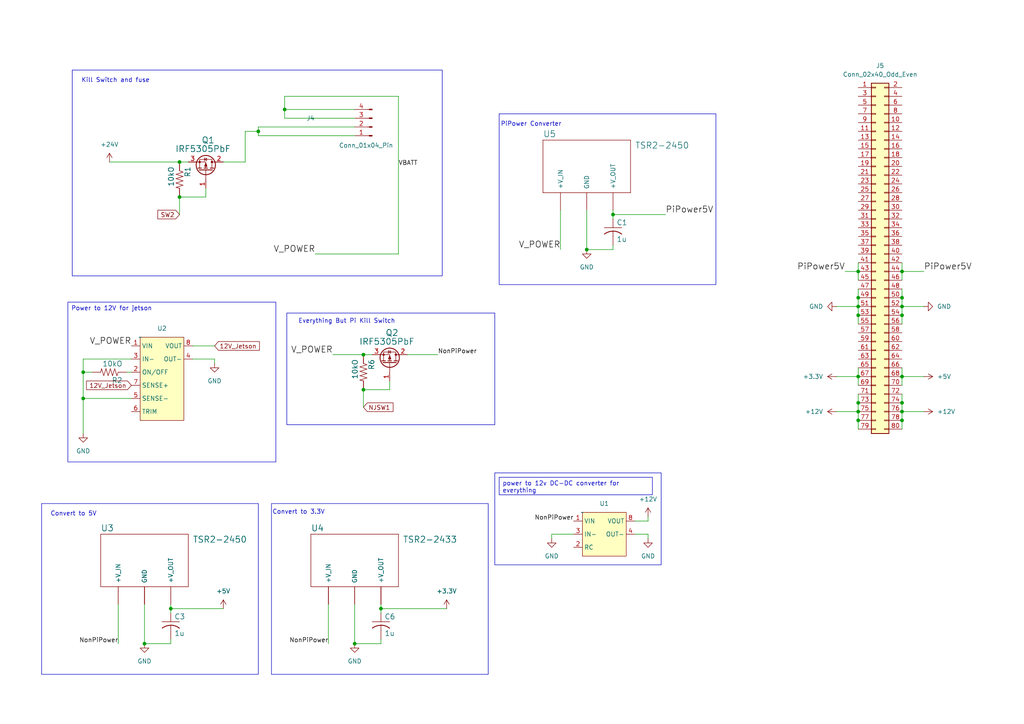
<source format=kicad_sch>
(kicad_sch (version 20250114) (generator "eeschema") (generator_version "9.0")
  (paper "A4")
  (lib_symbols
    (symbol "+3.3V_1" (power) (pin_numbers (hide yes)) (pin_names (offset 0) (hide yes))
      (property "Value" "+3.3V" (at 0 3.556 0))
      (symbol "+3.3V_1_0_1"
        (polyline (pts (xy -0.762 1.27) (xy 0 2.54)))
        (polyline (pts (xy 0 2.54) (xy 0.762 1.27)))
        (polyline (pts (xy 0 0) (xy 0 2.54)))
      )
      (symbol "+3.3V_1_1_1"
        (pin power_in line (at 0 0 90) (length 0) (name "~") (number "1"))
      )
    )
    (symbol "+5V_1" (power) (pin_numbers (hide yes)) (pin_names (offset 0) (hide yes))
      (property "Value" "+5V" (at 0 3.556 0))
      (symbol "+5V_1_0_1"
        (polyline (pts (xy -0.762 1.27) (xy 0 2.54)))
        (polyline (pts (xy 0 2.54) (xy 0.762 1.27)))
        (polyline (pts (xy 0 0) (xy 0 2.54)))
      )
      (symbol "+5V_1_1_1"
        (pin power_in line (at 0 0 90) (length 0) (name "~") (number "1"))
      )
    )
    (symbol "Connector:Conn_01x04_Pin" (pin_names (offset 1.016) (hide yes))
      (property "Reference" "J" (at 0 5.08 0))
      (property "Value" "Conn_01x04_Pin" (at 0 -7.62 0))
      (symbol "Conn_01x04_Pin_1_1"
        (rectangle (start 0.8636 2.667) (end 0 2.413) (stroke (width 0.1524)) (fill (type outline)))
        (rectangle (start 0.8636 0.127) (end 0 -0.127) (stroke (width 0.1524)) (fill (type outline)))
        (rectangle (start 0.8636 -2.413) (end 0 -2.667) (stroke (width 0.1524)) (fill (type outline)))
        (rectangle (start 0.8636 -4.953) (end 0 -5.207) (stroke (width 0.1524)) (fill (type outline)))
        (polyline (pts (xy 1.27 2.54) (xy 0.8636 2.54)) (stroke (width 0.1524)))
        (polyline (pts (xy 1.27 0) (xy 0.8636 0)) (stroke (width 0.1524)))
        (polyline (pts (xy 1.27 -2.54) (xy 0.8636 -2.54)) (stroke (width 0.1524)))
        (polyline (pts (xy 1.27 -5.08) (xy 0.8636 -5.08)) (stroke (width 0.1524)))
        (pin passive line (at 5.08 2.54 180) (length 3.81) (name "Pin_1") (number "1"))
        (pin passive line (at 5.08 0 180) (length 3.81) (name "Pin_2") (number "2"))
        (pin passive line (at 5.08 -2.54 180) (length 3.81) (name "Pin_3") (number "3"))
        (pin passive line (at 5.08 -5.08 180) (length 3.81) (name "Pin_4") (number "4"))
      )
    )
    (symbol "Connector_Generic:Conn_02x40_Odd_Even" (pin_names (offset 1.016) (hide yes))
      (property "Reference" "J" (at 1.27 50.8 0))
      (property "Value" "Conn_02x40_Odd_Even" (at 1.27 -53.34 0))
      (symbol "Conn_02x40_Odd_Even_1_1"
        (rectangle (start -1.27 49.53) (end 3.81 -52.07) (stroke (width 0.254)) (fill (type background)))
        (rectangle (start -1.27 48.387) (end 0 48.133) (stroke (width 0.1524)))
        (rectangle (start -1.27 45.847) (end 0 45.593) (stroke (width 0.1524)))
        (rectangle (start -1.27 43.307) (end 0 43.053) (stroke (width 0.1524)))
        (rectangle (start -1.27 40.767) (end 0 40.513) (stroke (width 0.1524)))
        (rectangle (start -1.27 38.227) (end 0 37.973) (stroke (width 0.1524)))
        (rectangle (start -1.27 35.687) (end 0 35.433) (stroke (width 0.1524)))
        (rectangle (start -1.27 33.147) (end 0 32.893) (stroke (width 0.1524)))
        (rectangle (start -1.27 30.607) (end 0 30.353) (stroke (width 0.1524)))
        (rectangle (start -1.27 28.067) (end 0 27.813) (stroke (width 0.1524)))
        (rectangle (start -1.27 25.527) (end 0 25.273) (stroke (width 0.1524)))
        (rectangle (start -1.27 22.987) (end 0 22.733) (stroke (width 0.1524)))
        (rectangle (start -1.27 20.447) (end 0 20.193) (stroke (width 0.1524)))
        (rectangle (start -1.27 17.907) (end 0 17.653) (stroke (width 0.1524)))
        (rectangle (start -1.27 15.367) (end 0 15.113) (stroke (width 0.1524)))
        (rectangle (start -1.27 12.827) (end 0 12.573) (stroke (width 0.1524)))
        (rectangle (start -1.27 10.287) (end 0 10.033) (stroke (width 0.1524)))
        (rectangle (start -1.27 7.747) (end 0 7.493) (stroke (width 0.1524)))
        (rectangle (start -1.27 5.207) (end 0 4.953) (stroke (width 0.1524)))
        (rectangle (start -1.27 2.667) (end 0 2.413) (stroke (width 0.1524)))
        (rectangle (start -1.27 0.127) (end 0 -0.127) (stroke (width 0.1524)))
        (rectangle (start -1.27 -2.413) (end 0 -2.667) (stroke (width 0.1524)))
        (rectangle (start -1.27 -4.953) (end 0 -5.207) (stroke (width 0.1524)))
        (rectangle (start -1.27 -7.493) (end 0 -7.747) (stroke (width 0.1524)))
        (rectangle (start -1.27 -10.033) (end 0 -10.287) (stroke (width 0.1524)))
        (rectangle (start -1.27 -12.573) (end 0 -12.827) (stroke (width 0.1524)))
        (rectangle (start -1.27 -15.113) (end 0 -15.367) (stroke (width 0.1524)))
        (rectangle (start -1.27 -17.653) (end 0 -17.907) (stroke (width 0.1524)))
        (rectangle (start -1.27 -20.193) (end 0 -20.447) (stroke (width 0.1524)))
        (rectangle (start -1.27 -22.733) (end 0 -22.987) (stroke (width 0.1524)))
        (rectangle (start -1.27 -25.273) (end 0 -25.527) (stroke (width 0.1524)))
        (rectangle (start -1.27 -27.813) (end 0 -28.067) (stroke (width 0.1524)))
        (rectangle (start -1.27 -30.353) (end 0 -30.607) (stroke (width 0.1524)))
        (rectangle (start -1.27 -32.893) (end 0 -33.147) (stroke (width 0.1524)))
        (rectangle (start -1.27 -35.433) (end 0 -35.687) (stroke (width 0.1524)))
        (rectangle (start -1.27 -37.973) (end 0 -38.227) (stroke (width 0.1524)))
        (rectangle (start -1.27 -40.513) (end 0 -40.767) (stroke (width 0.1524)))
        (rectangle (start -1.27 -43.053) (end 0 -43.307) (stroke (width 0.1524)))
        (rectangle (start -1.27 -45.593) (end 0 -45.847) (stroke (width 0.1524)))
        (rectangle (start -1.27 -48.133) (end 0 -48.387) (stroke (width 0.1524)))
        (rectangle (start -1.27 -50.673) (end 0 -50.927) (stroke (width 0.1524)))
        (rectangle (start 3.81 48.387) (end 2.54 48.133) (stroke (width 0.1524)))
        (rectangle (start 3.81 45.847) (end 2.54 45.593) (stroke (width 0.1524)))
        (rectangle (start 3.81 43.307) (end 2.54 43.053) (stroke (width 0.1524)))
        (rectangle (start 3.81 40.767) (end 2.54 40.513) (stroke (width 0.1524)))
        (rectangle (start 3.81 38.227) (end 2.54 37.973) (stroke (width 0.1524)))
        (rectangle (start 3.81 35.687) (end 2.54 35.433) (stroke (width 0.1524)))
        (rectangle (start 3.81 33.147) (end 2.54 32.893) (stroke (width 0.1524)))
        (rectangle (start 3.81 30.607) (end 2.54 30.353) (stroke (width 0.1524)))
        (rectangle (start 3.81 28.067) (end 2.54 27.813) (stroke (width 0.1524)))
        (rectangle (start 3.81 25.527) (end 2.54 25.273) (stroke (width 0.1524)))
        (rectangle (start 3.81 22.987) (end 2.54 22.733) (stroke (width 0.1524)))
        (rectangle (start 3.81 20.447) (end 2.54 20.193) (stroke (width 0.1524)))
        (rectangle (start 3.81 17.907) (end 2.54 17.653) (stroke (width 0.1524)))
        (rectangle (start 3.81 15.367) (end 2.54 15.113) (stroke (width 0.1524)))
        (rectangle (start 3.81 12.827) (end 2.54 12.573) (stroke (width 0.1524)))
        (rectangle (start 3.81 10.287) (end 2.54 10.033) (stroke (width 0.1524)))
        (rectangle (start 3.81 7.747) (end 2.54 7.493) (stroke (width 0.1524)))
        (rectangle (start 3.81 5.207) (end 2.54 4.953) (stroke (width 0.1524)))
        (rectangle (start 3.81 2.667) (end 2.54 2.413) (stroke (width 0.1524)))
        (rectangle (start 3.81 0.127) (end 2.54 -0.127) (stroke (width 0.1524)))
        (rectangle (start 3.81 -2.413) (end 2.54 -2.667) (stroke (width 0.1524)))
        (rectangle (start 3.81 -4.953) (end 2.54 -5.207) (stroke (width 0.1524)))
        (rectangle (start 3.81 -7.493) (end 2.54 -7.747) (stroke (width 0.1524)))
        (rectangle (start 3.81 -10.033) (end 2.54 -10.287) (stroke (width 0.1524)))
        (rectangle (start 3.81 -12.573) (end 2.54 -12.827) (stroke (width 0.1524)))
        (rectangle (start 3.81 -15.113) (end 2.54 -15.367) (stroke (width 0.1524)))
        (rectangle (start 3.81 -17.653) (end 2.54 -17.907) (stroke (width 0.1524)))
        (rectangle (start 3.81 -20.193) (end 2.54 -20.447) (stroke (width 0.1524)))
        (rectangle (start 3.81 -22.733) (end 2.54 -22.987) (stroke (width 0.1524)))
        (rectangle (start 3.81 -25.273) (end 2.54 -25.527) (stroke (width 0.1524)))
        (rectangle (start 3.81 -27.813) (end 2.54 -28.067) (stroke (width 0.1524)))
        (rectangle (start 3.81 -30.353) (end 2.54 -30.607) (stroke (width 0.1524)))
        (rectangle (start 3.81 -32.893) (end 2.54 -33.147) (stroke (width 0.1524)))
        (rectangle (start 3.81 -35.433) (end 2.54 -35.687) (stroke (width 0.1524)))
        (rectangle (start 3.81 -37.973) (end 2.54 -38.227) (stroke (width 0.1524)))
        (rectangle (start 3.81 -40.513) (end 2.54 -40.767) (stroke (width 0.1524)))
        (rectangle (start 3.81 -43.053) (end 2.54 -43.307) (stroke (width 0.1524)))
        (rectangle (start 3.81 -45.593) (end 2.54 -45.847) (stroke (width 0.1524)))
        (rectangle (start 3.81 -48.133) (end 2.54 -48.387) (stroke (width 0.1524)))
        (rectangle (start 3.81 -50.673) (end 2.54 -50.927) (stroke (width 0.1524)))
        (pin passive line (at -5.08 48.26 0) (length 3.81) (name "Pin_1") (number "1"))
        (pin passive line (at -5.08 45.72 0) (length 3.81) (name "Pin_3") (number "3"))
        (pin passive line (at -5.08 43.18 0) (length 3.81) (name "Pin_5") (number "5"))
        (pin passive line (at -5.08 40.64 0) (length 3.81) (name "Pin_7") (number "7"))
        (pin passive line (at -5.08 38.1 0) (length 3.81) (name "Pin_9") (number "9"))
        (pin passive line (at -5.08 35.56 0) (length 3.81) (name "Pin_11") (number "11"))
        (pin passive line (at -5.08 33.02 0) (length 3.81) (name "Pin_13") (number "13"))
        (pin passive line (at -5.08 30.48 0) (length 3.81) (name "Pin_15") (number "15"))
        (pin passive line (at -5.08 27.94 0) (length 3.81) (name "Pin_17") (number "17"))
        (pin passive line (at -5.08 25.4 0) (length 3.81) (name "Pin_19") (number "19"))
        (pin passive line (at -5.08 22.86 0) (length 3.81) (name "Pin_21") (number "21"))
        (pin passive line (at -5.08 20.32 0) (length 3.81) (name "Pin_23") (number "23"))
        (pin passive line (at -5.08 17.78 0) (length 3.81) (name "Pin_25") (number "25"))
        (pin passive line (at -5.08 15.24 0) (length 3.81) (name "Pin_27") (number "27"))
        (pin passive line (at -5.08 12.7 0) (length 3.81) (name "Pin_29") (number "29"))
        (pin passive line (at -5.08 10.16 0) (length 3.81) (name "Pin_31") (number "31"))
        (pin passive line (at -5.08 7.62 0) (length 3.81) (name "Pin_33") (number "33"))
        (pin passive line (at -5.08 5.08 0) (length 3.81) (name "Pin_35") (number "35"))
        (pin passive line (at -5.08 2.54 0) (length 3.81) (name "Pin_37") (number "37"))
        (pin passive line (at -5.08 0 0) (length 3.81) (name "Pin_39") (number "39"))
        (pin passive line (at -5.08 -2.54 0) (length 3.81) (name "Pin_41") (number "41"))
        (pin passive line (at -5.08 -5.08 0) (length 3.81) (name "Pin_43") (number "43"))
        (pin passive line (at -5.08 -7.62 0) (length 3.81) (name "Pin_45") (number "45"))
        (pin passive line (at -5.08 -10.16 0) (length 3.81) (name "Pin_47") (number "47"))
        (pin passive line (at -5.08 -12.7 0) (length 3.81) (name "Pin_49") (number "49"))
        (pin passive line (at -5.08 -15.24 0) (length 3.81) (name "Pin_51") (number "51"))
        (pin passive line (at -5.08 -17.78 0) (length 3.81) (name "Pin_53") (number "53"))
        (pin passive line (at -5.08 -20.32 0) (length 3.81) (name "Pin_55") (number "55"))
        (pin passive line (at -5.08 -22.86 0) (length 3.81) (name "Pin_57") (number "57"))
        (pin passive line (at -5.08 -25.4 0) (length 3.81) (name "Pin_59") (number "59"))
        (pin passive line (at -5.08 -27.94 0) (length 3.81) (name "Pin_61") (number "61"))
        (pin passive line (at -5.08 -30.48 0) (length 3.81) (name "Pin_63") (number "63"))
        (pin passive line (at -5.08 -33.02 0) (length 3.81) (name "Pin_65") (number "65"))
        (pin passive line (at -5.08 -35.56 0) (length 3.81) (name "Pin_67") (number "67"))
        (pin passive line (at -5.08 -38.1 0) (length 3.81) (name "Pin_69") (number "69"))
        (pin passive line (at -5.08 -40.64 0) (length 3.81) (name "Pin_71") (number "71"))
        (pin passive line (at -5.08 -43.18 0) (length 3.81) (name "Pin_73") (number "73"))
        (pin passive line (at -5.08 -45.72 0) (length 3.81) (name "Pin_75") (number "75"))
        (pin passive line (at -5.08 -48.26 0) (length 3.81) (name "Pin_77") (number "77"))
        (pin passive line (at -5.08 -50.8 0) (length 3.81) (name "Pin_79") (number "79"))
        (pin passive line (at 7.62 48.26 180) (length 3.81) (name "Pin_2") (number "2"))
        (pin passive line (at 7.62 45.72 180) (length 3.81) (name "Pin_4") (number "4"))
        (pin passive line (at 7.62 43.18 180) (length 3.81) (name "Pin_6") (number "6"))
        (pin passive line (at 7.62 40.64 180) (length 3.81) (name "Pin_8") (number "8"))
        (pin passive line (at 7.62 38.1 180) (length 3.81) (name "Pin_10") (number "10"))
        (pin passive line (at 7.62 35.56 180) (length 3.81) (name "Pin_12") (number "12"))
        (pin passive line (at 7.62 33.02 180) (length 3.81) (name "Pin_14") (number "14"))
        (pin passive line (at 7.62 30.48 180) (length 3.81) (name "Pin_16") (number "16"))
        (pin passive line (at 7.62 27.94 180) (length 3.81) (name "Pin_18") (number "18"))
        (pin passive line (at 7.62 25.4 180) (length 3.81) (name "Pin_20") (number "20"))
        (pin passive line (at 7.62 22.86 180) (length 3.81) (name "Pin_22") (number "22"))
        (pin passive line (at 7.62 20.32 180) (length 3.81) (name "Pin_24") (number "24"))
        (pin passive line (at 7.62 17.78 180) (length 3.81) (name "Pin_26") (number "26"))
        (pin passive line (at 7.62 15.24 180) (length 3.81) (name "Pin_28") (number "28"))
        (pin passive line (at 7.62 12.7 180) (length 3.81) (name "Pin_30") (number "30"))
        (pin passive line (at 7.62 10.16 180) (length 3.81) (name "Pin_32") (number "32"))
        (pin passive line (at 7.62 7.62 180) (length 3.81) (name "Pin_34") (number "34"))
        (pin passive line (at 7.62 5.08 180) (length 3.81) (name "Pin_36") (number "36"))
        (pin passive line (at 7.62 2.54 180) (length 3.81) (name "Pin_38") (number "38"))
        (pin passive line (at 7.62 0 180) (length 3.81) (name "Pin_40") (number "40"))
        (pin passive line (at 7.62 -2.54 180) (length 3.81) (name "Pin_42") (number "42"))
        (pin passive line (at 7.62 -5.08 180) (length 3.81) (name "Pin_44") (number "44"))
        (pin passive line (at 7.62 -7.62 180) (length 3.81) (name "Pin_46") (number "46"))
        (pin passive line (at 7.62 -10.16 180) (length 3.81) (name "Pin_48") (number "48"))
        (pin passive line (at 7.62 -12.7 180) (length 3.81) (name "Pin_50") (number "50"))
        (pin passive line (at 7.62 -15.24 180) (length 3.81) (name "Pin_52") (number "52"))
        (pin passive line (at 7.62 -17.78 180) (length 3.81) (name "Pin_54") (number "54"))
        (pin passive line (at 7.62 -20.32 180) (length 3.81) (name "Pin_56") (number "56"))
        (pin passive line (at 7.62 -22.86 180) (length 3.81) (name "Pin_58") (number "58"))
        (pin passive line (at 7.62 -25.4 180) (length 3.81) (name "Pin_60") (number "60"))
        (pin passive line (at 7.62 -27.94 180) (length 3.81) (name "Pin_62") (number "62"))
        (pin passive line (at 7.62 -30.48 180) (length 3.81) (name "Pin_64") (number "64"))
        (pin passive line (at 7.62 -33.02 180) (length 3.81) (name "Pin_66") (number "66"))
        (pin passive line (at 7.62 -35.56 180) (length 3.81) (name "Pin_68") (number "68"))
        (pin passive line (at 7.62 -38.1 180) (length 3.81) (name "Pin_70") (number "70"))
        (pin passive line (at 7.62 -40.64 180) (length 3.81) (name "Pin_72") (number "72"))
        (pin passive line (at 7.62 -43.18 180) (length 3.81) (name "Pin_74") (number "74"))
        (pin passive line (at 7.62 -45.72 180) (length 3.81) (name "Pin_76") (number "76"))
        (pin passive line (at 7.62 -48.26 180) (length 3.81) (name "Pin_78") (number "78"))
        (pin passive line (at 7.62 -50.8 180) (length 3.81) (name "Pin_80") (number "80"))
      )
    )
    (symbol "Custom:EHHD006A0B"
      (property "Reference" "U2" (at 6.35 2.54 0))
      (property "Value" "~" (at 0 0 0))
      (symbol "EHHD006A0B_1_1"
        (rectangle (start 0 0) (end 12.7 -24.13) (fill (type background)))
        (pin power_in line (at -2.54 -2.54 0) (length 2.54) (name "VIN") (number "1"))
        (pin power_in line (at -2.54 -6.35 0) (length 2.54) (name "IN-") (number "3"))
        (pin input line (at -2.54 -10.16 0) (length 2.54) (name "ON/OFF") (number "2"))
        (pin input line (at -2.54 -13.97 0) (length 2.54) (name "SENSE+") (number "7"))
        (pin input line (at -2.54 -17.78 0) (length 2.54) (name "SENSE-") (number "5"))
        (pin input line (at -2.54 -21.59 0) (length 2.54) (name "TRIM") (number "6"))
        (pin power_out line (at 15.24 -2.54 180) (length 2.54) (name "VOUT") (number "8"))
        (pin power_out line (at 15.24 -6.35 180) (length 2.54) (name "OUT-") (number "4"))
      )
    )
    (symbol "Custom:PKB2213D"
      (property "Reference" "U1" (at 6.35 2.54 0))
      (property "Value" "~" (at 0 0 0))
      (symbol "PKB2213D_1_1"
        (rectangle (start 0 0) (end 12.7 -12.7) (fill (type background)))
        (pin power_in line (at -2.54 -2.54 0) (length 2.54) (name "VIN") (number "1"))
        (pin power_in line (at -2.54 -6.35 0) (length 2.54) (name "IN-") (number "3"))
        (pin input line (at -2.54 -10.16 0) (length 2.54) (name "RC") (number "2"))
        (pin power_out line (at 15.24 -2.54 180) (length 2.54) (name "VOUT") (number "8"))
        (pin power_out line (at 15.24 -6.35 180) (length 2.54) (name "OUT-") (number "4"))
      )
    )
    (symbol "GND_1" (power) (pin_numbers (hide yes)) (pin_names (offset 0) (hide yes))
      (property "Value" "GND" (at 0 -3.81 0))
      (symbol "GND_1_0_1"
        (polyline (pts (xy 0 0) (xy 0 -1.27) (xy 1.27 -1.27) (xy 0 -2.54) (xy -1.27 -1.27) (xy 0 -1.27)))
      )
      (symbol "GND_1_1_1"
        (pin power_in line (at 0 0 270) (length 0) (name "~") (number "1"))
      )
    )
    (symbol "PowerboardRev5-eagle-import:C-USC0805" (pin_names (offset 1.016))
      (property "Reference" "C" (at 1.016 0.635 0))
      (property "Value" "C-USC0805" (at 1.016 -4.191 0))
      (symbol "C-USC0805_1_0"
        (polyline (pts (xy -2.54 0) (xy 2.54 0)))
        (arc (start 0 -0.9906) (mid 1.3163 -1.2156) (end 2.4892 -1.8542) (stroke (width 0.254)))
        (polyline (pts (xy 0 -1.016) (xy 0 -2.54)))
        (arc (start -2.4638 -1.8288) (mid -1.2956 -1.2294) (end 0 -1.016) (stroke (width 0.254)))
        (pin passive line (at 0 2.54 270) (length 2.54) (name "1") (number "1"))
        (pin passive line (at 0 -5.08 90) (length 2.54) (name "2") (number "2"))
      )
    )
    (symbol "PowerboardRev5-eagle-import:R-US_R0805" (pin_names (offset 1.016))
      (property "Reference" "R" (at -3.81 1.4986 0))
      (property "Value" "R-US_R0805" (at -3.81 -3.302 0))
      (symbol "R-US_R0805_1_0"
        (polyline (pts (xy -2.54 0) (xy -2.159 1.016)))
        (polyline (pts (xy -2.159 1.016) (xy -1.524 -1.016)))
        (polyline (pts (xy -1.524 -1.016) (xy -0.889 1.016)))
        (polyline (pts (xy -0.889 1.016) (xy -0.254 -1.016)))
        (polyline (pts (xy -0.254 -1.016) (xy 0.381 1.016)))
        (polyline (pts (xy 0.381 1.016) (xy 1.016 -1.016)))
        (polyline (pts (xy 1.016 -1.016) (xy 1.651 1.016)))
        (polyline (pts (xy 1.651 1.016) (xy 2.286 -1.016)))
        (polyline (pts (xy 2.286 -1.016) (xy 2.54 0)))
        (pin passive line (at -5.08 0 0) (length 2.54) (name "1") (number "1"))
        (pin passive line (at 5.08 0 180) (length 2.54) (name "2") (number "2"))
      )
    )
    (symbol "PowerboardRev5-eagle-import:TSR2-2450" (pin_names (offset 1.016))
      (property "Reference" "U" (at -12.7 8.382 0))
      (property "Value" "TSR2-2450" (at 5.08 8.382 0))
      (symbol "TSR2-2450_1_0"
        (polyline (pts (xy -12.7 7.62) (xy 12.7 7.62)))
        (polyline (pts (xy -12.7 -7.62) (xy -12.7 7.62)))
        (polyline (pts (xy 12.7 7.62) (xy 12.7 -7.62)))
        (polyline (pts (xy 12.7 -7.62) (xy -12.7 -7.62)))
        (pin power_in line (at -7.62 -12.7 90) (length 5.08) (name "+V_IN") (number "1"))
        (pin power_in line (at 0 -12.7 90) (length 5.08) (name "GND") (number "2"))
        (pin power_in line (at 7.62 -12.7 90) (length 5.08) (name "+V_OUT") (number "3"))
      )
    )
    (symbol "Transistor_FET:FQP27P06" (pin_names (hide yes))
      (property "Reference" "Q" (at 5.08 1.905 0))
      (property "Value" "FQP27P06" (at 5.08 0 0))
      (symbol "FQP27P06_0_1"
        (polyline (pts (xy 0.254 1.905) (xy 0.254 -1.905)) (stroke (width 0.254)))
        (polyline (pts (xy 0.254 0) (xy -2.54 0)))
        (polyline (pts (xy 0.762 2.286) (xy 0.762 1.27)) (stroke (width 0.254)))
        (polyline (pts (xy 0.762 1.778) (xy 3.302 1.778) (xy 3.302 -1.778) (xy 0.762 -1.778)))
        (polyline (pts (xy 0.762 0.508) (xy 0.762 -0.508)) (stroke (width 0.254)))
        (polyline (pts (xy 0.762 -1.27) (xy 0.762 -2.286)) (stroke (width 0.254)))
        (circle (center 1.651 0) (radius 2.794) (stroke (width 0.254)))
        (polyline (pts (xy 2.286 0) (xy 1.27 0.381) (xy 1.27 -0.381) (xy 2.286 0)) (fill (type outline)))
        (polyline (pts (xy 2.54 2.54) (xy 2.54 1.778)))
        (circle (center 2.54 1.778) (radius 0.254) (fill (type outline)))
        (circle (center 2.54 -1.778) (radius 0.254) (fill (type outline)))
        (polyline (pts (xy 2.54 -2.54) (xy 2.54 0) (xy 0.762 0)))
        (polyline (pts (xy 2.794 -0.508) (xy 2.921 -0.381) (xy 3.683 -0.381) (xy 3.81 -0.254)))
        (polyline (pts (xy 3.302 -0.381) (xy 2.921 0.254) (xy 3.683 0.254) (xy 3.302 -0.381)))
      )
      (symbol "FQP27P06_1_1"
        (pin input line (at -5.08 0 0) (length 2.54) (name "G") (number "1"))
        (pin passive line (at 2.54 5.08 270) (length 2.54) (name "D") (number "2"))
        (pin passive line (at 2.54 -5.08 90) (length 2.54) (name "S") (number "3"))
      )
    )
    (symbol "power:+12V" (power) (pin_names (offset 0))
      (property "Value" "+12V" (at 0 3.556 0))
      (symbol "+12V_0_1"
        (polyline (pts (xy -0.762 1.27) (xy 0 2.54)))
        (polyline (pts (xy 0 2.54) (xy 0.762 1.27)))
        (polyline (pts (xy 0 0) (xy 0 2.54)))
      )
      (symbol "+12V_1_1"
        (pin power_in line (at 0 0 90) (length 0) (hide yes) (name "+12V") (number "1"))
      )
    )
    (symbol "power:+24V" (power) (pin_names (offset 0))
      (property "Value" "+24V" (at 0 3.556 0))
      (symbol "+24V_0_1"
        (polyline (pts (xy -0.762 1.27) (xy 0 2.54)))
        (polyline (pts (xy 0 2.54) (xy 0.762 1.27)))
        (polyline (pts (xy 0 0) (xy 0 2.54)))
      )
      (symbol "+24V_1_1"
        (pin power_in line (at 0 0 90) (length 0) (hide yes) (name "+24V") (number "1"))
      )
    )
    (symbol "power:+3.3V" (power) (pin_names (offset 0))
      (property "Value" "+3.3V" (at 0 3.556 0))
      (symbol "+3.3V_0_1"
        (polyline (pts (xy -0.762 1.27) (xy 0 2.54)))
        (polyline (pts (xy 0 2.54) (xy 0.762 1.27)))
        (polyline (pts (xy 0 0) (xy 0 2.54)))
      )
      (symbol "+3.3V_1_1"
        (pin power_in line (at 0 0 90) (length 0) (hide yes) (name "+3.3V") (number "1"))
      )
    )
    (symbol "power:+5V" (power) (pin_names (offset 0))
      (property "Value" "+5V" (at 0 3.556 0))
      (symbol "+5V_0_1"
        (polyline (pts (xy -0.762 1.27) (xy 0 2.54)))
        (polyline (pts (xy 0 2.54) (xy 0.762 1.27)))
        (polyline (pts (xy 0 0) (xy 0 2.54)))
      )
      (symbol "+5V_1_1"
        (pin power_in line (at 0 0 90) (length 0) (hide yes) (name "+5V") (number "1"))
      )
    )
    (symbol "power:GND" (power) (pin_names (offset 0))
      (property "Value" "GND" (at 0 -3.81 0))
      (symbol "GND_0_1"
        (polyline (pts (xy 0 0) (xy 0 -1.27) (xy 1.27 -1.27) (xy 0 -2.54) (xy -1.27 -1.27) (xy 0 -1.27)))
      )
      (symbol "GND_1_1"
        (pin power_in line (at 0 0 270) (length 0) (hide yes) (name "GND") (number "1"))
      )
    )
  )
  (rectangle (start 83.185 90.805) (end 143.51 123.19))
  (rectangle (start 12.065 146.05) (end 74.93 195.58))
  (rectangle (start 78.74 146.05) (end 141.605 195.58))
  (rectangle (start 144.78 33.02) (end 207.645 82.55))
  (rectangle (start 20.955 20.32) (end 128.27 80.01))
  (rectangle (start 143.51 137.16) (end 191.77 163.83))
  (text "Convert to 3.3V\n" (at 86.614 148.59 0) (effects (font (size 1.27 1.27))))
  (text "PiPower Converter\n" (at 154.051 36.068 0) (effects (font (size 1.27 1.27))))
  (text "Kill Switch and fuse" (at 33.528 23.368 0) (effects (font (size 1.27 1.27))))
  (text "Convert to 5V\n" (at 21.336 149.098 0) (effects (font (size 1.27 1.27))))
  (text "Everything But Pi Kill Switch" (at 100.584 93.218 0) (effects (font (size 1.27 1.27))))
  (text_box "power to 12v DC-DC converter for everything" (at 144.78 138.43 0) (size 44.45 5.08) (margins 0.9525 0.9525 0.9525 0.9525) (effects (font (size 1.27 1.27)) (justify left top)))
  (text_box "Power to 12V for jetson\n" (at 19.685 87.63 0) (size 60.325 46.355) (margins 0.9525 0.9525 0.9525 0.9525) (effects (font (size 1.27 1.27)) (justify left top)))
  (junction (at 24.13 107.95))
  (junction (at 248.92 91.44))
  (junction (at 248.92 78.74))
  (junction (at 261.62 116.84))
  (junction (at 82.55 31.75))
  (junction (at 110.49 176.53))
  (junction (at 41.91 186.69))
  (junction (at 261.62 78.74))
  (junction (at 105.41 102.87))
  (junction (at 261.62 109.22))
  (junction (at 248.92 121.92))
  (junction (at 261.62 88.9))
  (junction (at 105.41 113.03))
  (junction (at 177.8 62.23))
  (junction (at 52.07 57.15))
  (junction (at 248.92 119.38))
  (junction (at 102.87 186.69))
  (junction (at 24.13 115.57))
  (junction (at 248.92 116.84))
  (junction (at 248.92 109.22))
  (junction (at 49.53 176.53))
  (junction (at 74.93 38.1))
  (junction (at 52.07 46.99))
  (junction (at 248.92 88.9))
  (junction (at 261.62 119.38))
  (junction (at 248.92 86.36))
  (junction (at 261.62 86.36))
  (junction (at 261.62 121.92))
  (junction (at 170.18 72.39))
  (junction (at 261.62 91.44))
  (wire (pts (xy 105.41 113.03) (xy 105.41 118.11)))
  (wire (pts (xy 245.11 78.74) (xy 248.92 78.74)))
  (wire (pts (xy 261.62 91.44) (xy 261.62 93.98)))
  (wire (pts (xy 24.13 104.14) (xy 38.1 104.14)))
  (wire (pts (xy 261.62 109.22) (xy 261.62 111.76)))
  (wire (pts (xy 74.93 36.83) (xy 102.87 36.83)))
  (wire (pts (xy 24.13 107.95) (xy 26.67 107.95)))
  (wire (pts (xy 74.93 36.83) (xy 74.93 38.1)))
  (wire (pts (xy 71.12 38.1) (xy 74.93 38.1)))
  (wire (pts (xy 261.62 114.3) (xy 261.62 116.84)))
  (wire (pts (xy 62.23 104.14) (xy 62.23 105.41)))
  (wire (pts (xy 49.53 175.26) (xy 49.53 176.53)))
  (wire (pts (xy 52.07 46.99) (xy 54.61 46.99)))
  (wire (pts (xy 24.13 107.95) (xy 24.13 104.14)))
  (wire (pts (xy 74.93 39.37) (xy 102.87 39.37)))
  (wire (pts (xy 162.56 72.39) (xy 162.56 60.96)))
  (wire (pts (xy 24.13 115.57) (xy 24.13 125.73)))
  (wire (pts (xy 248.92 86.36) (xy 248.92 88.9)))
  (wire (pts (xy 49.53 186.69) (xy 41.91 186.69)))
  (wire (pts (xy 184.15 151.13) (xy 187.96 151.13)))
  (wire (pts (xy 261.62 119.38) (xy 261.62 121.92)))
  (wire (pts (xy 248.92 121.92) (xy 248.92 124.46)))
  (wire (pts (xy 248.92 116.84) (xy 248.92 119.38)))
  (wire (pts (xy 74.93 38.1) (xy 74.93 39.37)))
  (wire (pts (xy 59.69 54.61) (xy 59.69 57.15)))
  (wire (pts (xy 102.87 186.69) (xy 102.87 175.26)))
  (wire (pts (xy 248.92 78.74) (xy 248.92 81.28)))
  (wire (pts (xy 31.75 46.99) (xy 52.07 46.99)))
  (wire (pts (xy 105.41 102.87) (xy 107.95 102.87)))
  (wire (pts (xy 49.53 185.42) (xy 49.53 186.69)))
  (wire (pts (xy 242.57 109.22) (xy 248.92 109.22)))
  (wire (pts (xy 261.62 88.9) (xy 267.97 88.9)))
  (wire (pts (xy 170.18 72.39) (xy 170.18 60.96)))
  (wire (pts (xy 261.62 78.74) (xy 261.62 81.28)))
  (wire (pts (xy 248.92 76.2) (xy 248.92 78.74)))
  (wire (pts (xy 177.8 72.39) (xy 170.18 72.39)))
  (wire (pts (xy 118.11 102.87) (xy 127 102.87)))
  (wire (pts (xy 82.55 27.94) (xy 82.55 31.75)))
  (wire (pts (xy 261.62 78.74) (xy 267.97 78.74)))
  (wire (pts (xy 82.55 31.75) (xy 102.87 31.75)))
  (wire (pts (xy 110.49 175.26) (xy 110.49 176.53)))
  (wire (pts (xy 71.12 38.1) (xy 71.12 46.99)))
  (wire (pts (xy 55.88 104.14) (xy 62.23 104.14)))
  (wire (pts (xy 34.29 186.69) (xy 34.29 175.26)))
  (wire (pts (xy 52.07 57.15) (xy 52.07 62.23)))
  (wire (pts (xy 64.77 46.99) (xy 71.12 46.99)))
  (wire (pts (xy 242.57 88.9) (xy 248.92 88.9)))
  (wire (pts (xy 248.92 109.22) (xy 248.92 111.76)))
  (wire (pts (xy 248.92 83.82) (xy 248.92 86.36)))
  (wire (pts (xy 55.88 100.33) (xy 62.23 100.33)))
  (wire (pts (xy 24.13 115.57) (xy 38.1 115.57)))
  (wire (pts (xy 115.57 27.94) (xy 115.57 73.66)))
  (wire (pts (xy 110.49 185.42) (xy 110.49 186.69)))
  (wire (pts (xy 261.62 119.38) (xy 267.97 119.38)))
  (wire (pts (xy 82.55 31.75) (xy 82.55 34.29)))
  (wire (pts (xy 248.92 106.68) (xy 248.92 109.22)))
  (wire (pts (xy 36.83 107.95) (xy 38.1 107.95)))
  (wire (pts (xy 261.62 121.92) (xy 261.62 124.46)))
  (wire (pts (xy 24.13 115.57) (xy 24.13 107.95)))
  (wire (pts (xy 261.62 83.82) (xy 261.62 86.36)))
  (wire (pts (xy 41.91 186.69) (xy 41.91 175.26)))
  (wire (pts (xy 95.25 186.69) (xy 95.25 175.26)))
  (wire (pts (xy 248.92 114.3) (xy 248.92 116.84)))
  (wire (pts (xy 82.55 34.29) (xy 102.87 34.29)))
  (wire (pts (xy 52.07 57.15) (xy 59.69 57.15)))
  (wire (pts (xy 177.8 60.96) (xy 177.8 62.23)))
  (wire (pts (xy 261.62 88.9) (xy 261.62 91.44)))
  (wire (pts (xy 248.92 91.44) (xy 248.92 93.98)))
  (wire (pts (xy 261.62 116.84) (xy 261.62 119.38)))
  (wire (pts (xy 49.53 176.53) (xy 49.53 177.8)))
  (wire (pts (xy 184.15 154.94) (xy 187.96 154.94)))
  (wire (pts (xy 242.57 119.38) (xy 248.92 119.38)))
  (wire (pts (xy 115.57 27.94) (xy 82.55 27.94)))
  (wire (pts (xy 177.8 71.12) (xy 177.8 72.39)))
  (wire (pts (xy 110.49 176.53) (xy 110.49 177.8)))
  (wire (pts (xy 177.8 62.23) (xy 177.8 63.5)))
  (wire (pts (xy 91.44 73.66) (xy 115.57 73.66)))
  (wire (pts (xy 96.52 102.87) (xy 105.41 102.87)))
  (wire (pts (xy 187.96 154.94) (xy 187.96 156.21)))
  (wire (pts (xy 105.41 113.03) (xy 113.03 113.03)))
  (wire (pts (xy 110.49 176.53) (xy 129.54 176.53)))
  (wire (pts (xy 177.8 62.23) (xy 193.04 62.23)))
  (wire (pts (xy 261.62 76.2) (xy 261.62 78.74)))
  (wire (pts (xy 187.96 151.13) (xy 187.96 149.86)))
  (wire (pts (xy 110.49 186.69) (xy 102.87 186.69)))
  (wire (pts (xy 49.53 176.53) (xy 64.77 176.53)))
  (wire (pts (xy 160.02 156.21) (xy 160.02 154.94)))
  (wire (pts (xy 248.92 88.9) (xy 248.92 91.44)))
  (wire (pts (xy 261.62 109.22) (xy 267.97 109.22)))
  (wire (pts (xy 113.03 110.49) (xy 113.03 113.03)))
  (wire (pts (xy 160.02 154.94) (xy 166.37 154.94)))
  (wire (pts (xy 248.92 119.38) (xy 248.92 121.92)))
  (wire (pts (xy 261.62 86.36) (xy 261.62 88.9)))
  (wire (pts (xy 261.62 106.68) (xy 261.62 109.22)))
  (label "PiPower5V" (at 193.04 62.23 0) (effects (font (size 1.778 1.778))))
  (label "V_POWER" (at 162.56 72.39 180) (effects (font (size 1.778 1.778))))
  (label "PiPower5V" (at 267.97 78.74 0) (effects (font (size 1.778 1.778))))
  (label "NonPiPower" (at 95.25 186.69 180))
  (label "NonPiPower" (at 34.29 186.69 180))
  (label "V_POWER" (at 38.1 100.33 180) (effects (font (size 1.778 1.778))))
  (label "NonPiPower" (at 127 102.87 0))
  (label "VBATT" (at 115.57 48.26 0))
  (label "V_POWER" (at 91.44 73.66 180) (effects (font (size 1.778 1.778))))
  (label "PiPower5V" (at 245.11 78.74 180) (effects (font (size 1.778 1.778))))
  (label "NonPiPower" (at 166.37 151.13 180))
  (label "V_POWER" (at 96.52 102.87 180) (effects (font (size 1.778 1.778))))
  (global_label "SW2" (shape input) (at 52.07 62.23 180) (property "Intersheetrefs" "${INTERSHEET_REFS}" (effects (hide yes))))
  (global_label "12V_Jetson" (shape input) (at 62.23 100.33 0) (property "Intersheetrefs" "${INTERSHEET_REFS}" (effects (hide yes))))
  (global_label "12V_Jetson" (shape input) (at 38.1 111.76 180) (property "Intersheetrefs" "${INTERSHEET_REFS}" (effects (hide yes))))
  (global_label "NJSW1" (shape input) (at 105.41 118.11 0) (property "Intersheetrefs" "${INTERSHEET_REFS}" (effects (hide yes))))
  (symbol (lib_name "GND_1") (lib_id "power:GND") (at 267.97 88.9 90) (unit 1)
    (property "Reference" "#PWR03" (effects (hide yes)))
    (property "Value" "GND" (at 271.78 88.8999 90) (effects (justify right)))
    (property "Description" "Power symbol creates a global label with name \"GND\" , ground" (effects (hide yes)))
  )
  (symbol (lib_id "Connector:Conn_01x04_Pin") (at 107.95 36.83 180) (unit 1)
    (property "Reference" "J4" (at 88.9 34.2899 0) (effects (justify right)))
    (property "Value" "Conn_01x04_Pin" (at 98.298 42.164 0) (effects (justify right)))
    (property "Footprint" "Fuse:1.25__FUSECLIPS" (effects (hide yes)))
    (property "Description" "Generic connector, single row, 01x04, script generated" (effects (hide yes)))
  )
  (symbol (lib_id "power:+24V") (at 31.75 46.99 0) (unit 1)
    (property "Reference" "#PWR016" (effects (hide yes)))
    (property "Value" "+24V" (at 31.75 41.91 0))
  )
  (symbol (lib_id "power:+12V") (at 187.96 149.86 0) (unit 1)
    (property "Reference" "#PWR017" (effects (hide yes)))
    (property "Value" "+12V" (at 187.96 144.78 0))
  )
  (symbol (lib_id "PowerboardRev5-eagle-import:TSR2-2450") (at 102.87 162.56 0) (unit 1)
    (property "Reference" "U4" (at 90.17 154.178 0) (effects (font (size 1.778 1.778)) (justify left bottom)))
    (property "Value" "TSR2-2433" (at 116.84 157.48 0) (effects (font (size 1.778 1.778)) (justify left bottom)))
    (property "Footprint" "Custom:TSR2 DC/DC Converter" (effects (hide yes)))
    (property "Datasheet" "https://www.tracopower.com/products/tsr2.pdf" (effects (hide yes)))
  )
  (symbol (lib_name "+3.3V_1") (lib_id "power:+3.3V") (at 242.57 109.22 90) (unit 1)
    (property "Reference" "#PWR05" (effects (hide yes)))
    (property "Value" "+3.3V" (at 238.76 109.2199 90) (effects (justify left)))
    (property "Description" "Power symbol creates a global label with name \"+3.3V\"" (effects (hide yes)))
  )
  (symbol (lib_id "PowerboardRev5-eagle-import:TSR2-2450") (at 170.18 48.26 0) (unit 1)
    (property "Reference" "U5" (at 157.48 39.878 0) (effects (font (size 1.778 1.778)) (justify left bottom)))
    (property "Value" "TSR2-2450" (at 184.15 43.18 0) (effects (font (size 1.778 1.778)) (justify left bottom)))
    (property "Footprint" "Custom:TSR2 DC/DC Converter" (effects (hide yes)))
    (property "Datasheet" "https://www.tracopower.com/products/tsr2.pdf" (effects (hide yes)))
  )
  (symbol (lib_id "power:+5V") (at 64.77 176.53 0) (unit 1)
    (property "Reference" "#PWR019" (effects (hide yes)))
    (property "Value" "+5V" (at 64.77 171.45 0))
  )
  (symbol (lib_id "power:GND") (at 24.13 125.73 0) (unit 1)
    (property "Reference" "#PWR08" (effects (hide yes)))
    (property "Value" "GND" (at 24.13 130.81 0))
  )
  (symbol (lib_id "PowerboardRev5-eagle-import:C-USC0805") (at 49.53 180.34 0) (unit 1)
    (property "Reference" "C3" (at 50.546 179.705 0) (effects (font (size 1.4986 1.4986)) (justify left bottom)))
    (property "Value" "1u" (at 50.546 184.531 0) (effects (font (size 1.4986 1.4986)) (justify left bottom)))
    (property "Footprint" "Capacitor_SMD:C_0805_2012Metric_Pad1.18x1.45mm_HandSolder" (effects (hide yes)))
  )
  (symbol (lib_id "power:GND") (at 160.02 156.21 0) (unit 1)
    (property "Reference" "#PWR06" (effects (hide yes)))
    (property "Value" "GND" (at 160.02 161.29 0))
  )
  (symbol (lib_id "power:GND") (at 187.96 156.21 0) (unit 1)
    (property "Reference" "#PWR07" (effects (hide yes)))
    (property "Value" "GND" (at 187.96 161.29 0))
  )
  (symbol (lib_id "Custom:EHHD006A0B") (at 40.64 97.79 0) (unit 1)
    (property "Reference" "U2" (at 46.99 95.25 0))
    (property "Value" "~" (at 40.64 97.79 0))
    (property "Footprint" "Custom:72W_CONV" (effects (hide yes)))
    (property "Datasheet" "https://flexpowermodules.com/resources/fpm-techspec-pkb2213d" (effects (hide yes)))
  )
  (symbol (lib_id "PowerboardRev5-eagle-import:R-US_R0805") (at 105.41 107.95 270) (unit 1)
    (property "Reference" "R6" (at 106.9086 104.14 0) (effects (font (size 1.4986 1.4986)) (justify left bottom)))
    (property "Value" "10kO" (at 102.108 104.14 0) (effects (font (size 1.4986 1.4986)) (justify left bottom)))
    (property "Footprint" "Resistor_SMD:R_0805_2012Metric_Pad1.20x1.40mm_HandSolder" (effects (hide yes)))
  )
  (symbol (lib_id "power:+12V") (at 242.57 119.38 90) (unit 1)
    (property "Reference" "#PWR09" (effects (hide yes)))
    (property "Value" "+12V" (at 238.76 119.3799 90) (effects (justify left)))
  )
  (symbol (lib_id "PowerboardRev5-eagle-import:R-US_R0805") (at 31.75 107.95 180) (unit 1)
    (property "Reference" "R2" (at 35.56 109.4486 0) (effects (font (size 1.4986 1.4986)) (justify left bottom)))
    (property "Value" "10kO" (at 35.56 104.648 0) (effects (font (size 1.4986 1.4986)) (justify left bottom)))
    (property "Footprint" "Resistor_SMD:R_0805_2012Metric_Pad1.20x1.40mm_HandSolder" (effects (hide yes)))
  )
  (symbol (lib_id "power:GND") (at 170.18 72.39 0) (unit 1)
    (property "Reference" "#PWR01" (effects (hide yes)))
    (property "Value" "GND" (at 170.18 77.47 0))
  )
  (symbol (lib_id "PowerboardRev5-eagle-import:C-USC0805") (at 110.49 180.34 0) (unit 1)
    (property "Reference" "C6" (at 111.506 179.705 0) (effects (font (size 1.4986 1.4986)) (justify left bottom)))
    (property "Value" "1u" (at 111.506 184.531 0) (effects (font (size 1.4986 1.4986)) (justify left bottom)))
    (property "Footprint" "Capacitor_SMD:C_0805_2012Metric_Pad1.18x1.45mm_HandSolder" (effects (hide yes)))
  )
  (symbol (lib_name "+5V_1") (lib_id "power:+5V") (at 267.97 109.22 270) (unit 1)
    (property "Reference" "#PWR04" (effects (hide yes)))
    (property "Value" "+5V" (at 271.78 109.2199 90) (effects (justify left)))
    (property "Description" "Power symbol creates a global label with name \"+5V\"" (effects (hide yes)))
  )
  (symbol (lib_id "power:GND") (at 102.87 186.69 0) (unit 1)
    (property "Reference" "#PWR014" (effects (hide yes)))
    (property "Value" "GND" (at 102.87 191.77 0))
  )
  (symbol (lib_id "power:GND") (at 62.23 105.41 0) (unit 1)
    (property "Reference" "#PWR010" (effects (hide yes)))
    (property "Value" "GND" (at 62.23 110.49 0))
  )
  (symbol (lib_id "power:GND") (at 41.91 186.69 0) (unit 1)
    (property "Reference" "#PWR015" (effects (hide yes)))
    (property "Value" "GND" (at 41.91 191.77 0))
  )
  (symbol (lib_id "PowerboardRev5-eagle-import:TSR2-2450") (at 41.91 162.56 0) (unit 1)
    (property "Reference" "U3" (at 29.21 154.178 0) (effects (font (size 1.778 1.778)) (justify left bottom)))
    (property "Value" "TSR2-2450" (at 55.88 157.48 0) (effects (font (size 1.778 1.778)) (justify left bottom)))
    (property "Footprint" "Custom:TSR2 DC/DC Converter" (effects (hide yes)))
    (property "Datasheet" "https://www.tracopower.com/products/tsr2.pdf" (effects (hide yes)))
  )
  (symbol (lib_id "Transistor_FET:FQP27P06") (at 113.03 105.41 270) (mirror x) (unit 1)
    (property "Reference" "Q2" (at 111.76 96.52 90) (effects (font (size 1.778 1.778)) (justify left)))
    (property "Value" "IRF5305PbF" (at 104.14 99.06 90) (effects (font (size 1.778 1.778)) (justify left)))
    (property "Footprint" "Package_TO_SOT_THT:TO-220-3_Vertical" (effects (hide yes)))
    (property "Datasheet" "https://www.infineon.com/assets/row/public/documents/24/49/infineon-irf5305-datasheet-en.pdf?fileId=5546d462533600a4015355e370101993" (effects (hide yes)))
  )
  (symbol (lib_id "Transistor_FET:FQP27P06") (at 59.69 49.53 270) (mirror x) (unit 1)
    (property "Reference" "Q1" (at 58.42 40.64 90) (effects (font (size 1.778 1.778)) (justify left)))
    (property "Value" "IRF5305PbF" (at 50.8 43.18 90) (effects (font (size 1.778 1.778)) (justify left)))
    (property "Footprint" "Package_TO_SOT_THT:TO-220-3_Vertical" (effects (hide yes)))
    (property "Datasheet" "https://www.infineon.com/assets/row/public/documents/24/49/infineon-irf5305-datasheet-en.pdf?fileId=5546d462533600a4015355e370101993" (effects (hide yes)))
  )
  (symbol (lib_id "PowerboardRev5-eagle-import:R-US_R0805") (at 52.07 52.07 270) (unit 1)
    (property "Reference" "R1" (at 53.5686 48.26 0) (effects (font (size 1.4986 1.4986)) (justify left bottom)))
    (property "Value" "10kO" (at 48.768 48.26 0) (effects (font (size 1.4986 1.4986)) (justify left bottom)))
    (property "Footprint" "Resistor_SMD:R_0805_2012Metric_Pad1.20x1.40mm_HandSolder" (effects (hide yes)))
  )
  (symbol (lib_id "Custom:PKB2213D") (at 168.91 148.59 0) (unit 1)
    (property "Reference" "U1" (at 175.26 146.05 0))
    (property "Value" "~" (at 168.91 148.59 0))
    (property "Footprint" "Custom:240W_CONV" (effects (hide yes)))
  )
  (symbol (lib_id "power:+12V") (at 267.97 119.38 270) (unit 1)
    (property "Reference" "#PWR011" (effects (hide yes)))
    (property "Value" "+12V" (at 271.78 119.3799 90) (effects (justify left)))
  )
  (symbol (lib_name "GND_1") (lib_id "power:GND") (at 242.57 88.9 270) (unit 1)
    (property "Reference" "#PWR02" (effects (hide yes)))
    (property "Value" "GND" (at 238.76 88.8999 90) (effects (justify right)))
    (property "Description" "Power symbol creates a global label with name \"GND\" , ground" (effects (hide yes)))
  )
  (symbol (lib_id "power:+3.3V") (at 129.54 176.53 0) (unit 1)
    (property "Reference" "#PWR020" (effects (hide yes)))
    (property "Value" "+3.3V" (at 129.54 171.45 0))
  )
  (symbol (lib_id "Connector_Generic:Conn_02x40_Odd_Even") (at 254 73.66 0) (unit 1)
    (property "Reference" "J5" (at 255.27 19.05 0))
    (property "Value" "Conn_02x40_Odd_Even" (at 255.27 21.59 0))
    (property "Footprint" "Samtec Custom:Samtec_HLE-140-02-L-DV-PE_2x40_P2.54mm_Horizontal" (effects (hide yes)))
    (property "Description" "Generic connector, double row, 02x40, odd/even pin numbering scheme (row 1 odd numbers, row 2 even numbers), script generated (kicad-library-utils/schlib/autogen/connector/)" (effects (hide yes)))
  )
  (symbol (lib_id "PowerboardRev5-eagle-import:C-USC0805") (at 177.8 66.04 0) (unit 1)
    (property "Reference" "C1" (at 178.816 65.405 0) (effects (font (size 1.4986 1.4986)) (justify left bottom)))
    (property "Value" "1u" (at 178.816 70.231 0) (effects (font (size 1.4986 1.4986)) (justify left bottom)))
    (property "Footprint" "Capacitor_SMD:C_0805_2012Metric_Pad1.18x1.45mm_HandSolder" (effects (hide yes)))
  )
)
</source>
